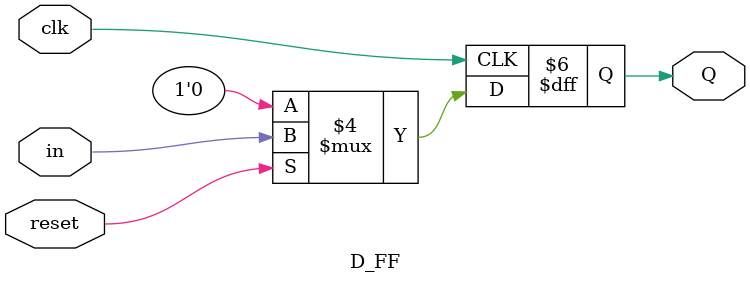
<source format=v>

module D_FF(input in, clk, reset, output reg Q);

always @(posedge clk)
begin
    if(!reset) Q <= 0;
    else Q <= in;
end

endmodule
</source>
